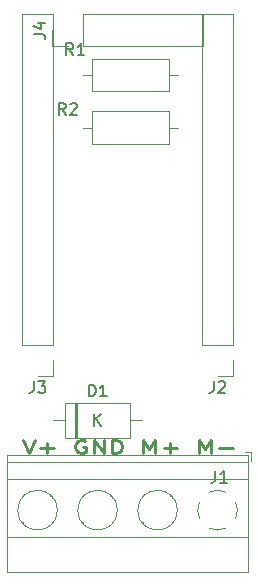
<source format=gto>
G04 #@! TF.GenerationSoftware,KiCad,Pcbnew,(5.0.0)*
G04 #@! TF.CreationDate,2018-09-15T20:19:59-04:00*
G04 #@! TF.ProjectId,MotorPod Mini,4D6F746F72506F64204D696E692E6B69,rev?*
G04 #@! TF.SameCoordinates,Original*
G04 #@! TF.FileFunction,Legend,Top*
G04 #@! TF.FilePolarity,Positive*
%FSLAX46Y46*%
G04 Gerber Fmt 4.6, Leading zero omitted, Abs format (unit mm)*
G04 Created by KiCad (PCBNEW (5.0.0)) date 09/15/18 20:19:59*
%MOMM*%
%LPD*%
G01*
G04 APERTURE LIST*
%ADD10C,0.250000*%
%ADD11C,0.120000*%
%ADD12C,0.150000*%
G04 APERTURE END LIST*
D10*
X186707000Y-82963619D02*
X187207000Y-84063619D01*
X187707000Y-82963619D01*
X188207000Y-83644571D02*
X189349857Y-83644571D01*
X188778428Y-84063619D02*
X188778428Y-83225523D01*
X191992714Y-83016000D02*
X191849857Y-82963619D01*
X191635571Y-82963619D01*
X191421285Y-83016000D01*
X191278428Y-83120761D01*
X191207000Y-83225523D01*
X191135571Y-83435047D01*
X191135571Y-83592190D01*
X191207000Y-83801714D01*
X191278428Y-83906476D01*
X191421285Y-84011238D01*
X191635571Y-84063619D01*
X191778428Y-84063619D01*
X191992714Y-84011238D01*
X192064142Y-83958857D01*
X192064142Y-83592190D01*
X191778428Y-83592190D01*
X192707000Y-84063619D02*
X192707000Y-82963619D01*
X193564142Y-84063619D01*
X193564142Y-82963619D01*
X194278428Y-84063619D02*
X194278428Y-82963619D01*
X194635571Y-82963619D01*
X194849857Y-83016000D01*
X194992714Y-83120761D01*
X195064142Y-83225523D01*
X195135571Y-83435047D01*
X195135571Y-83592190D01*
X195064142Y-83801714D01*
X194992714Y-83906476D01*
X194849857Y-84011238D01*
X194635571Y-84063619D01*
X194278428Y-84063619D01*
X196921285Y-84063619D02*
X196921285Y-82963619D01*
X197421285Y-83749333D01*
X197921285Y-82963619D01*
X197921285Y-84063619D01*
X198635571Y-83644571D02*
X199778428Y-83644571D01*
X199207000Y-84063619D02*
X199207000Y-83225523D01*
X201635571Y-84063619D02*
X201635571Y-82963619D01*
X202135571Y-83749333D01*
X202635571Y-82963619D01*
X202635571Y-84063619D01*
X203349857Y-83644571D02*
X204492714Y-83644571D01*
D11*
G04 #@! TO.C,D1*
X190320000Y-79810000D02*
X190320000Y-82750000D01*
X190320000Y-82750000D02*
X195760000Y-82750000D01*
X195760000Y-82750000D02*
X195760000Y-79810000D01*
X195760000Y-79810000D02*
X190320000Y-79810000D01*
X189300000Y-81280000D02*
X190320000Y-81280000D01*
X196780000Y-81280000D02*
X195760000Y-81280000D01*
X191220000Y-79810000D02*
X191220000Y-82750000D01*
X191340000Y-79810000D02*
X191340000Y-82750000D01*
X191100000Y-79810000D02*
X191100000Y-82750000D01*
G04 #@! TO.C,J2*
X204530000Y-46930000D02*
X201870000Y-46930000D01*
X204530000Y-74930000D02*
X204530000Y-46930000D01*
X201870000Y-74930000D02*
X201870000Y-46930000D01*
X204530000Y-74930000D02*
X201870000Y-74930000D01*
X204530000Y-76200000D02*
X204530000Y-77530000D01*
X204530000Y-77530000D02*
X203200000Y-77530000D01*
G04 #@! TO.C,J3*
X189290000Y-77530000D02*
X187960000Y-77530000D01*
X189290000Y-76200000D02*
X189290000Y-77530000D01*
X189290000Y-74930000D02*
X186630000Y-74930000D01*
X186630000Y-74930000D02*
X186630000Y-46930000D01*
X189290000Y-74930000D02*
X189290000Y-46930000D01*
X189290000Y-46930000D02*
X186630000Y-46930000D01*
G04 #@! TO.C,J1*
X202516682Y-87365244D02*
G75*
G02X203200000Y-87220000I683318J-1534756D01*
G01*
X201664574Y-89583042D02*
G75*
G02X201665000Y-88216000I1535426J683042D01*
G01*
X203883042Y-90435426D02*
G75*
G02X202516000Y-90435000I-683042J1535426D01*
G01*
X204735426Y-88216958D02*
G75*
G02X204735000Y-89584000I-1535426J-683042D01*
G01*
X203171195Y-87219747D02*
G75*
G02X203884000Y-87365000I28805J-1680253D01*
G01*
X199800000Y-88900000D02*
G75*
G03X199800000Y-88900000I-1680000J0D01*
G01*
X194720000Y-88900000D02*
G75*
G03X194720000Y-88900000I-1680000J0D01*
G01*
X189640000Y-88900000D02*
G75*
G03X189640000Y-88900000I-1680000J0D01*
G01*
X205800000Y-84800000D02*
X185360000Y-84800000D01*
X205800000Y-86300000D02*
X185360000Y-86300000D01*
X205800000Y-91201000D02*
X185360000Y-91201000D01*
X205800000Y-94161000D02*
X185360000Y-94161000D01*
X205800000Y-84240000D02*
X185360000Y-84240000D01*
X205800000Y-94161000D02*
X205800000Y-84240000D01*
X185360000Y-94161000D02*
X185360000Y-84240000D01*
X196845000Y-89969000D02*
X196892000Y-89923000D01*
X199154000Y-87661000D02*
X199189000Y-87626000D01*
X197050000Y-90175000D02*
X197085000Y-90139000D01*
X199347000Y-87877000D02*
X199394000Y-87831000D01*
X191765000Y-89969000D02*
X191812000Y-89923000D01*
X194074000Y-87661000D02*
X194109000Y-87626000D01*
X191970000Y-90175000D02*
X192005000Y-90139000D01*
X194267000Y-87877000D02*
X194314000Y-87831000D01*
X186685000Y-89969000D02*
X186732000Y-89923000D01*
X188994000Y-87661000D02*
X189029000Y-87626000D01*
X186890000Y-90175000D02*
X186925000Y-90139000D01*
X189187000Y-87877000D02*
X189234000Y-87831000D01*
X206040000Y-84740000D02*
X206040000Y-84000000D01*
X206040000Y-84000000D02*
X205540000Y-84000000D01*
G04 #@! TO.C,R1*
X199874000Y-52070000D02*
X199104000Y-52070000D01*
X191794000Y-52070000D02*
X192564000Y-52070000D01*
X199104000Y-50700000D02*
X192564000Y-50700000D01*
X199104000Y-53440000D02*
X199104000Y-50700000D01*
X192564000Y-53440000D02*
X199104000Y-53440000D01*
X192564000Y-50700000D02*
X192564000Y-53440000D01*
G04 #@! TO.C,R2*
X199104000Y-57885000D02*
X199104000Y-55145000D01*
X199104000Y-55145000D02*
X192564000Y-55145000D01*
X192564000Y-55145000D02*
X192564000Y-57885000D01*
X192564000Y-57885000D02*
X199104000Y-57885000D01*
X199874000Y-56515000D02*
X199104000Y-56515000D01*
X191794000Y-56515000D02*
X192564000Y-56515000D01*
G04 #@! TO.C,J4*
X201990000Y-49590000D02*
X201990000Y-46930000D01*
X191770000Y-49590000D02*
X201990000Y-49590000D01*
X191770000Y-46930000D02*
X201990000Y-46930000D01*
X191770000Y-49590000D02*
X191770000Y-46930000D01*
X190500000Y-49590000D02*
X189170000Y-49590000D01*
X189170000Y-49590000D02*
X189170000Y-48260000D01*
G04 #@! TO.C,D1*
D12*
X192301904Y-79262380D02*
X192301904Y-78262380D01*
X192540000Y-78262380D01*
X192682857Y-78310000D01*
X192778095Y-78405238D01*
X192825714Y-78500476D01*
X192873333Y-78690952D01*
X192873333Y-78833809D01*
X192825714Y-79024285D01*
X192778095Y-79119523D01*
X192682857Y-79214761D01*
X192540000Y-79262380D01*
X192301904Y-79262380D01*
X193825714Y-79262380D02*
X193254285Y-79262380D01*
X193540000Y-79262380D02*
X193540000Y-78262380D01*
X193444761Y-78405238D01*
X193349523Y-78500476D01*
X193254285Y-78548095D01*
X192778095Y-81732380D02*
X192778095Y-80732380D01*
X193349523Y-81732380D02*
X192920952Y-81160952D01*
X193349523Y-80732380D02*
X192778095Y-81303809D01*
G04 #@! TO.C,J2*
X202866666Y-77982380D02*
X202866666Y-78696666D01*
X202819047Y-78839523D01*
X202723809Y-78934761D01*
X202580952Y-78982380D01*
X202485714Y-78982380D01*
X203295238Y-78077619D02*
X203342857Y-78030000D01*
X203438095Y-77982380D01*
X203676190Y-77982380D01*
X203771428Y-78030000D01*
X203819047Y-78077619D01*
X203866666Y-78172857D01*
X203866666Y-78268095D01*
X203819047Y-78410952D01*
X203247619Y-78982380D01*
X203866666Y-78982380D01*
G04 #@! TO.C,J3*
X187626666Y-77982380D02*
X187626666Y-78696666D01*
X187579047Y-78839523D01*
X187483809Y-78934761D01*
X187340952Y-78982380D01*
X187245714Y-78982380D01*
X188007619Y-77982380D02*
X188626666Y-77982380D01*
X188293333Y-78363333D01*
X188436190Y-78363333D01*
X188531428Y-78410952D01*
X188579047Y-78458571D01*
X188626666Y-78553809D01*
X188626666Y-78791904D01*
X188579047Y-78887142D01*
X188531428Y-78934761D01*
X188436190Y-78982380D01*
X188150476Y-78982380D01*
X188055238Y-78934761D01*
X188007619Y-78887142D01*
G04 #@! TO.C,J1*
X202993666Y-85558380D02*
X202993666Y-86272666D01*
X202946047Y-86415523D01*
X202850809Y-86510761D01*
X202707952Y-86558380D01*
X202612714Y-86558380D01*
X203993666Y-86558380D02*
X203422238Y-86558380D01*
X203707952Y-86558380D02*
X203707952Y-85558380D01*
X203612714Y-85701238D01*
X203517476Y-85796476D01*
X203422238Y-85844095D01*
G04 #@! TO.C,R1*
X190968333Y-50363380D02*
X190635000Y-49887190D01*
X190396904Y-50363380D02*
X190396904Y-49363380D01*
X190777857Y-49363380D01*
X190873095Y-49411000D01*
X190920714Y-49458619D01*
X190968333Y-49553857D01*
X190968333Y-49696714D01*
X190920714Y-49791952D01*
X190873095Y-49839571D01*
X190777857Y-49887190D01*
X190396904Y-49887190D01*
X191920714Y-50363380D02*
X191349285Y-50363380D01*
X191635000Y-50363380D02*
X191635000Y-49363380D01*
X191539761Y-49506238D01*
X191444523Y-49601476D01*
X191349285Y-49649095D01*
G04 #@! TO.C,R2*
X190333333Y-55443380D02*
X190000000Y-54967190D01*
X189761904Y-55443380D02*
X189761904Y-54443380D01*
X190142857Y-54443380D01*
X190238095Y-54491000D01*
X190285714Y-54538619D01*
X190333333Y-54633857D01*
X190333333Y-54776714D01*
X190285714Y-54871952D01*
X190238095Y-54919571D01*
X190142857Y-54967190D01*
X189761904Y-54967190D01*
X190714285Y-54538619D02*
X190761904Y-54491000D01*
X190857142Y-54443380D01*
X191095238Y-54443380D01*
X191190476Y-54491000D01*
X191238095Y-54538619D01*
X191285714Y-54633857D01*
X191285714Y-54729095D01*
X191238095Y-54871952D01*
X190666666Y-55443380D01*
X191285714Y-55443380D01*
G04 #@! TO.C,J4*
X187622380Y-48593333D02*
X188336666Y-48593333D01*
X188479523Y-48640952D01*
X188574761Y-48736190D01*
X188622380Y-48879047D01*
X188622380Y-48974285D01*
X187955714Y-47688571D02*
X188622380Y-47688571D01*
X187574761Y-47926666D02*
X188289047Y-48164761D01*
X188289047Y-47545714D01*
G04 #@! TD*
M02*

</source>
